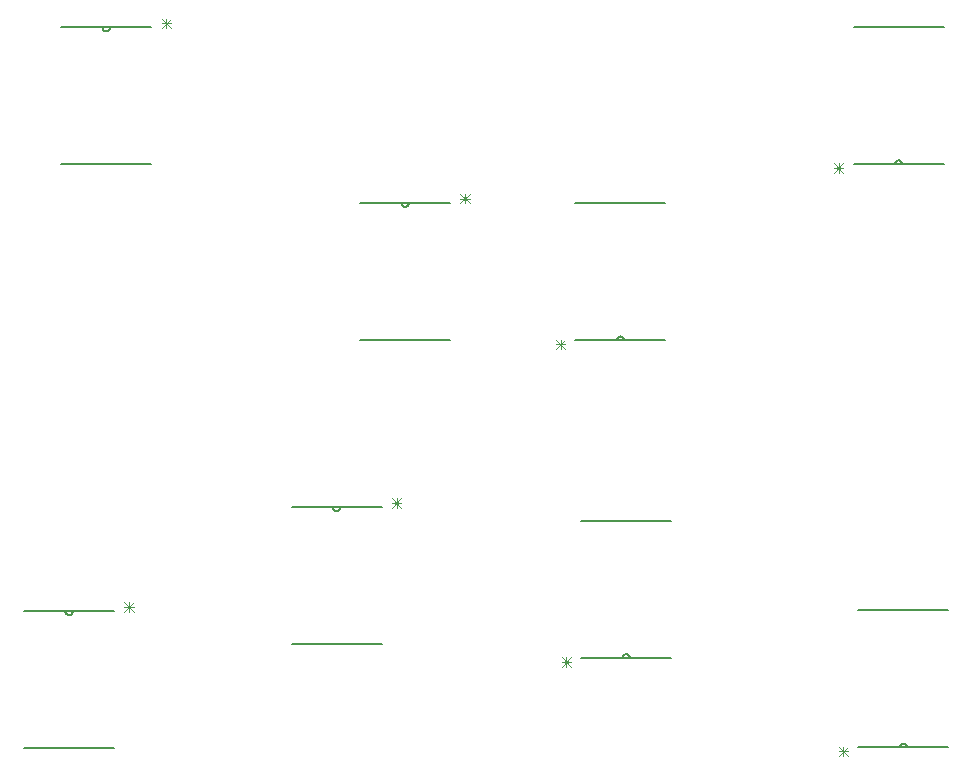
<source format=gbo>
G75*
%MOIN*%
%OFA0B0*%
%FSLAX25Y25*%
%IPPOS*%
%LPD*%
%AMOC8*
5,1,8,0,0,1.08239X$1,22.5*
%
%ADD10C,0.00600*%
%ADD11C,0.00300*%
D10*
X0027800Y0060500D02*
X0057800Y0060500D01*
X0057800Y0106100D02*
X0044000Y0106100D01*
X0041600Y0106100D01*
X0027800Y0106100D01*
X0041600Y0106100D02*
X0041602Y0106031D01*
X0041608Y0105963D01*
X0041618Y0105895D01*
X0041631Y0105828D01*
X0041649Y0105762D01*
X0041670Y0105697D01*
X0041695Y0105633D01*
X0041723Y0105571D01*
X0041755Y0105510D01*
X0041790Y0105451D01*
X0041829Y0105395D01*
X0041871Y0105340D01*
X0041916Y0105289D01*
X0041964Y0105239D01*
X0042014Y0105193D01*
X0042067Y0105150D01*
X0042123Y0105109D01*
X0042180Y0105072D01*
X0042240Y0105039D01*
X0042302Y0105008D01*
X0042365Y0104982D01*
X0042429Y0104959D01*
X0042495Y0104939D01*
X0042562Y0104924D01*
X0042629Y0104912D01*
X0042697Y0104904D01*
X0042766Y0104900D01*
X0042834Y0104900D01*
X0042903Y0104904D01*
X0042971Y0104912D01*
X0043038Y0104924D01*
X0043105Y0104939D01*
X0043171Y0104959D01*
X0043235Y0104982D01*
X0043298Y0105008D01*
X0043360Y0105039D01*
X0043420Y0105072D01*
X0043477Y0105109D01*
X0043533Y0105150D01*
X0043586Y0105193D01*
X0043636Y0105239D01*
X0043684Y0105289D01*
X0043729Y0105340D01*
X0043771Y0105395D01*
X0043810Y0105451D01*
X0043845Y0105510D01*
X0043877Y0105571D01*
X0043905Y0105633D01*
X0043930Y0105697D01*
X0043951Y0105762D01*
X0043969Y0105828D01*
X0043982Y0105895D01*
X0043992Y0105963D01*
X0043998Y0106031D01*
X0044000Y0106100D01*
X0117000Y0095200D02*
X0147000Y0095200D01*
X0147000Y0140800D02*
X0133200Y0140800D01*
X0130800Y0140800D01*
X0117000Y0140800D01*
X0130800Y0140800D02*
X0130802Y0140731D01*
X0130808Y0140663D01*
X0130818Y0140595D01*
X0130831Y0140528D01*
X0130849Y0140462D01*
X0130870Y0140397D01*
X0130895Y0140333D01*
X0130923Y0140271D01*
X0130955Y0140210D01*
X0130990Y0140151D01*
X0131029Y0140095D01*
X0131071Y0140040D01*
X0131116Y0139989D01*
X0131164Y0139939D01*
X0131214Y0139893D01*
X0131267Y0139850D01*
X0131323Y0139809D01*
X0131380Y0139772D01*
X0131440Y0139739D01*
X0131502Y0139708D01*
X0131565Y0139682D01*
X0131629Y0139659D01*
X0131695Y0139639D01*
X0131762Y0139624D01*
X0131829Y0139612D01*
X0131897Y0139604D01*
X0131966Y0139600D01*
X0132034Y0139600D01*
X0132103Y0139604D01*
X0132171Y0139612D01*
X0132238Y0139624D01*
X0132305Y0139639D01*
X0132371Y0139659D01*
X0132435Y0139682D01*
X0132498Y0139708D01*
X0132560Y0139739D01*
X0132620Y0139772D01*
X0132677Y0139809D01*
X0132733Y0139850D01*
X0132786Y0139893D01*
X0132836Y0139939D01*
X0132884Y0139989D01*
X0132929Y0140040D01*
X0132971Y0140095D01*
X0133010Y0140151D01*
X0133045Y0140210D01*
X0133077Y0140271D01*
X0133105Y0140333D01*
X0133130Y0140397D01*
X0133151Y0140462D01*
X0133169Y0140528D01*
X0133182Y0140595D01*
X0133192Y0140663D01*
X0133198Y0140731D01*
X0133200Y0140800D01*
X0139800Y0196600D02*
X0169800Y0196600D01*
X0211600Y0196500D02*
X0225400Y0196500D01*
X0227800Y0196500D01*
X0241600Y0196500D01*
X0227800Y0196500D02*
X0227798Y0196569D01*
X0227792Y0196637D01*
X0227782Y0196705D01*
X0227769Y0196772D01*
X0227751Y0196838D01*
X0227730Y0196903D01*
X0227705Y0196967D01*
X0227677Y0197029D01*
X0227645Y0197090D01*
X0227610Y0197149D01*
X0227571Y0197205D01*
X0227529Y0197260D01*
X0227484Y0197311D01*
X0227436Y0197361D01*
X0227386Y0197407D01*
X0227333Y0197450D01*
X0227277Y0197491D01*
X0227220Y0197528D01*
X0227160Y0197561D01*
X0227098Y0197592D01*
X0227035Y0197618D01*
X0226971Y0197641D01*
X0226905Y0197661D01*
X0226838Y0197676D01*
X0226771Y0197688D01*
X0226703Y0197696D01*
X0226634Y0197700D01*
X0226566Y0197700D01*
X0226497Y0197696D01*
X0226429Y0197688D01*
X0226362Y0197676D01*
X0226295Y0197661D01*
X0226229Y0197641D01*
X0226165Y0197618D01*
X0226102Y0197592D01*
X0226040Y0197561D01*
X0225980Y0197528D01*
X0225923Y0197491D01*
X0225867Y0197450D01*
X0225814Y0197407D01*
X0225764Y0197361D01*
X0225716Y0197311D01*
X0225671Y0197260D01*
X0225629Y0197205D01*
X0225590Y0197149D01*
X0225555Y0197090D01*
X0225523Y0197029D01*
X0225495Y0196967D01*
X0225470Y0196903D01*
X0225449Y0196838D01*
X0225431Y0196772D01*
X0225418Y0196705D01*
X0225408Y0196637D01*
X0225402Y0196569D01*
X0225400Y0196500D01*
X0211600Y0242100D02*
X0241600Y0242100D01*
X0304300Y0255200D02*
X0318100Y0255200D01*
X0320500Y0255200D01*
X0334300Y0255200D01*
X0320500Y0255200D02*
X0320498Y0255269D01*
X0320492Y0255337D01*
X0320482Y0255405D01*
X0320469Y0255472D01*
X0320451Y0255538D01*
X0320430Y0255603D01*
X0320405Y0255667D01*
X0320377Y0255729D01*
X0320345Y0255790D01*
X0320310Y0255849D01*
X0320271Y0255905D01*
X0320229Y0255960D01*
X0320184Y0256011D01*
X0320136Y0256061D01*
X0320086Y0256107D01*
X0320033Y0256150D01*
X0319977Y0256191D01*
X0319920Y0256228D01*
X0319860Y0256261D01*
X0319798Y0256292D01*
X0319735Y0256318D01*
X0319671Y0256341D01*
X0319605Y0256361D01*
X0319538Y0256376D01*
X0319471Y0256388D01*
X0319403Y0256396D01*
X0319334Y0256400D01*
X0319266Y0256400D01*
X0319197Y0256396D01*
X0319129Y0256388D01*
X0319062Y0256376D01*
X0318995Y0256361D01*
X0318929Y0256341D01*
X0318865Y0256318D01*
X0318802Y0256292D01*
X0318740Y0256261D01*
X0318680Y0256228D01*
X0318623Y0256191D01*
X0318567Y0256150D01*
X0318514Y0256107D01*
X0318464Y0256061D01*
X0318416Y0256011D01*
X0318371Y0255960D01*
X0318329Y0255905D01*
X0318290Y0255849D01*
X0318255Y0255790D01*
X0318223Y0255729D01*
X0318195Y0255667D01*
X0318170Y0255603D01*
X0318149Y0255538D01*
X0318131Y0255472D01*
X0318118Y0255405D01*
X0318108Y0255337D01*
X0318102Y0255269D01*
X0318100Y0255200D01*
X0304300Y0300800D02*
X0334300Y0300800D01*
X0169800Y0242200D02*
X0156000Y0242200D01*
X0153600Y0242200D01*
X0139800Y0242200D01*
X0153600Y0242200D02*
X0153602Y0242131D01*
X0153608Y0242063D01*
X0153618Y0241995D01*
X0153631Y0241928D01*
X0153649Y0241862D01*
X0153670Y0241797D01*
X0153695Y0241733D01*
X0153723Y0241671D01*
X0153755Y0241610D01*
X0153790Y0241551D01*
X0153829Y0241495D01*
X0153871Y0241440D01*
X0153916Y0241389D01*
X0153964Y0241339D01*
X0154014Y0241293D01*
X0154067Y0241250D01*
X0154123Y0241209D01*
X0154180Y0241172D01*
X0154240Y0241139D01*
X0154302Y0241108D01*
X0154365Y0241082D01*
X0154429Y0241059D01*
X0154495Y0241039D01*
X0154562Y0241024D01*
X0154629Y0241012D01*
X0154697Y0241004D01*
X0154766Y0241000D01*
X0154834Y0241000D01*
X0154903Y0241004D01*
X0154971Y0241012D01*
X0155038Y0241024D01*
X0155105Y0241039D01*
X0155171Y0241059D01*
X0155235Y0241082D01*
X0155298Y0241108D01*
X0155360Y0241139D01*
X0155420Y0241172D01*
X0155477Y0241209D01*
X0155533Y0241250D01*
X0155586Y0241293D01*
X0155636Y0241339D01*
X0155684Y0241389D01*
X0155729Y0241440D01*
X0155771Y0241495D01*
X0155810Y0241551D01*
X0155845Y0241610D01*
X0155877Y0241671D01*
X0155905Y0241733D01*
X0155930Y0241797D01*
X0155951Y0241862D01*
X0155969Y0241928D01*
X0155982Y0241995D01*
X0155992Y0242063D01*
X0155998Y0242131D01*
X0156000Y0242200D01*
X0070200Y0255100D02*
X0040200Y0255100D01*
X0040200Y0300700D02*
X0054000Y0300700D01*
X0056400Y0300700D01*
X0070200Y0300700D01*
X0056400Y0300700D02*
X0056398Y0300631D01*
X0056392Y0300563D01*
X0056382Y0300495D01*
X0056369Y0300428D01*
X0056351Y0300362D01*
X0056330Y0300297D01*
X0056305Y0300233D01*
X0056277Y0300171D01*
X0056245Y0300110D01*
X0056210Y0300051D01*
X0056171Y0299995D01*
X0056129Y0299940D01*
X0056084Y0299889D01*
X0056036Y0299839D01*
X0055986Y0299793D01*
X0055933Y0299750D01*
X0055877Y0299709D01*
X0055820Y0299672D01*
X0055760Y0299639D01*
X0055698Y0299608D01*
X0055635Y0299582D01*
X0055571Y0299559D01*
X0055505Y0299539D01*
X0055438Y0299524D01*
X0055371Y0299512D01*
X0055303Y0299504D01*
X0055234Y0299500D01*
X0055166Y0299500D01*
X0055097Y0299504D01*
X0055029Y0299512D01*
X0054962Y0299524D01*
X0054895Y0299539D01*
X0054829Y0299559D01*
X0054765Y0299582D01*
X0054702Y0299608D01*
X0054640Y0299639D01*
X0054580Y0299672D01*
X0054523Y0299709D01*
X0054467Y0299750D01*
X0054414Y0299793D01*
X0054364Y0299839D01*
X0054316Y0299889D01*
X0054271Y0299940D01*
X0054229Y0299995D01*
X0054190Y0300051D01*
X0054155Y0300110D01*
X0054123Y0300171D01*
X0054095Y0300233D01*
X0054070Y0300297D01*
X0054049Y0300362D01*
X0054031Y0300428D01*
X0054018Y0300495D01*
X0054008Y0300563D01*
X0054002Y0300631D01*
X0054000Y0300700D01*
X0213500Y0136200D02*
X0243500Y0136200D01*
X0243500Y0090600D02*
X0229700Y0090600D01*
X0227300Y0090600D01*
X0213500Y0090600D01*
X0227300Y0090600D02*
X0227302Y0090669D01*
X0227308Y0090737D01*
X0227318Y0090805D01*
X0227331Y0090872D01*
X0227349Y0090938D01*
X0227370Y0091003D01*
X0227395Y0091067D01*
X0227423Y0091129D01*
X0227455Y0091190D01*
X0227490Y0091249D01*
X0227529Y0091305D01*
X0227571Y0091360D01*
X0227616Y0091411D01*
X0227664Y0091461D01*
X0227714Y0091507D01*
X0227767Y0091550D01*
X0227823Y0091591D01*
X0227880Y0091628D01*
X0227940Y0091661D01*
X0228002Y0091692D01*
X0228065Y0091718D01*
X0228129Y0091741D01*
X0228195Y0091761D01*
X0228262Y0091776D01*
X0228329Y0091788D01*
X0228397Y0091796D01*
X0228466Y0091800D01*
X0228534Y0091800D01*
X0228603Y0091796D01*
X0228671Y0091788D01*
X0228738Y0091776D01*
X0228805Y0091761D01*
X0228871Y0091741D01*
X0228935Y0091718D01*
X0228998Y0091692D01*
X0229060Y0091661D01*
X0229120Y0091628D01*
X0229177Y0091591D01*
X0229233Y0091550D01*
X0229286Y0091507D01*
X0229336Y0091461D01*
X0229384Y0091411D01*
X0229429Y0091360D01*
X0229471Y0091305D01*
X0229510Y0091249D01*
X0229545Y0091190D01*
X0229577Y0091129D01*
X0229605Y0091067D01*
X0229630Y0091003D01*
X0229651Y0090938D01*
X0229669Y0090872D01*
X0229682Y0090805D01*
X0229692Y0090737D01*
X0229698Y0090669D01*
X0229700Y0090600D01*
X0305900Y0106400D02*
X0335900Y0106400D01*
X0335900Y0060800D02*
X0322100Y0060800D01*
X0319700Y0060800D01*
X0305900Y0060800D01*
X0319700Y0060800D02*
X0319702Y0060869D01*
X0319708Y0060937D01*
X0319718Y0061005D01*
X0319731Y0061072D01*
X0319749Y0061138D01*
X0319770Y0061203D01*
X0319795Y0061267D01*
X0319823Y0061329D01*
X0319855Y0061390D01*
X0319890Y0061449D01*
X0319929Y0061505D01*
X0319971Y0061560D01*
X0320016Y0061611D01*
X0320064Y0061661D01*
X0320114Y0061707D01*
X0320167Y0061750D01*
X0320223Y0061791D01*
X0320280Y0061828D01*
X0320340Y0061861D01*
X0320402Y0061892D01*
X0320465Y0061918D01*
X0320529Y0061941D01*
X0320595Y0061961D01*
X0320662Y0061976D01*
X0320729Y0061988D01*
X0320797Y0061996D01*
X0320866Y0062000D01*
X0320934Y0062000D01*
X0321003Y0061996D01*
X0321071Y0061988D01*
X0321138Y0061976D01*
X0321205Y0061961D01*
X0321271Y0061941D01*
X0321335Y0061918D01*
X0321398Y0061892D01*
X0321460Y0061861D01*
X0321520Y0061828D01*
X0321577Y0061791D01*
X0321633Y0061750D01*
X0321686Y0061707D01*
X0321736Y0061661D01*
X0321784Y0061611D01*
X0321829Y0061560D01*
X0321871Y0061505D01*
X0321910Y0061449D01*
X0321945Y0061390D01*
X0321977Y0061329D01*
X0322005Y0061267D01*
X0322030Y0061203D01*
X0322051Y0061138D01*
X0322069Y0061072D01*
X0322082Y0061005D01*
X0322092Y0060937D01*
X0322098Y0060869D01*
X0322100Y0060800D01*
D11*
X0302486Y0060966D02*
X0299350Y0057830D01*
X0300918Y0057830D02*
X0300918Y0060966D01*
X0299350Y0060966D02*
X0302486Y0057830D01*
X0302486Y0059398D02*
X0299350Y0059398D01*
X0210086Y0087630D02*
X0206950Y0090766D01*
X0206950Y0089198D02*
X0210086Y0089198D01*
X0210086Y0090766D02*
X0206950Y0087630D01*
X0208518Y0087630D02*
X0208518Y0090766D01*
X0153550Y0140634D02*
X0150414Y0143770D01*
X0151982Y0143770D02*
X0151982Y0140634D01*
X0150414Y0140634D02*
X0153550Y0143770D01*
X0153550Y0142202D02*
X0150414Y0142202D01*
X0205050Y0193530D02*
X0208186Y0196666D01*
X0206618Y0196666D02*
X0206618Y0193530D01*
X0208186Y0193530D02*
X0205050Y0196666D01*
X0205050Y0195098D02*
X0208186Y0195098D01*
X0176350Y0242034D02*
X0173214Y0245170D01*
X0174782Y0245170D02*
X0174782Y0242034D01*
X0173214Y0242034D02*
X0176350Y0245170D01*
X0176350Y0243602D02*
X0173214Y0243602D01*
X0076750Y0300534D02*
X0073614Y0303670D01*
X0073614Y0302102D02*
X0076750Y0302102D01*
X0076750Y0303670D02*
X0073614Y0300534D01*
X0075182Y0300534D02*
X0075182Y0303670D01*
X0064350Y0109070D02*
X0061214Y0105934D01*
X0062782Y0105934D02*
X0062782Y0109070D01*
X0061214Y0109070D02*
X0064350Y0105934D01*
X0064350Y0107502D02*
X0061214Y0107502D01*
X0297750Y0252230D02*
X0300886Y0255366D01*
X0299318Y0255366D02*
X0299318Y0252230D01*
X0300886Y0252230D02*
X0297750Y0255366D01*
X0297750Y0253798D02*
X0300886Y0253798D01*
M02*

</source>
